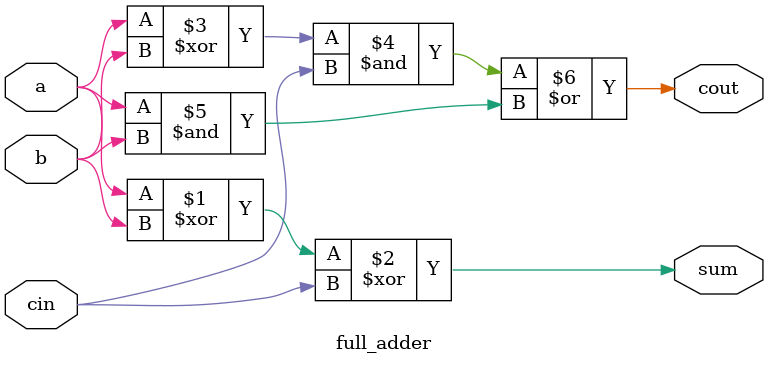
<source format=v>
module full_adder (
    input a,
    input b,
    input cin,
    output sum,
    output cout
);

    // Full adder combinational logic
    assign sum  = a ^ b ^ cin;
    assign cout = ((a ^ b) & cin) | (a & b);

endmodule
</source>
